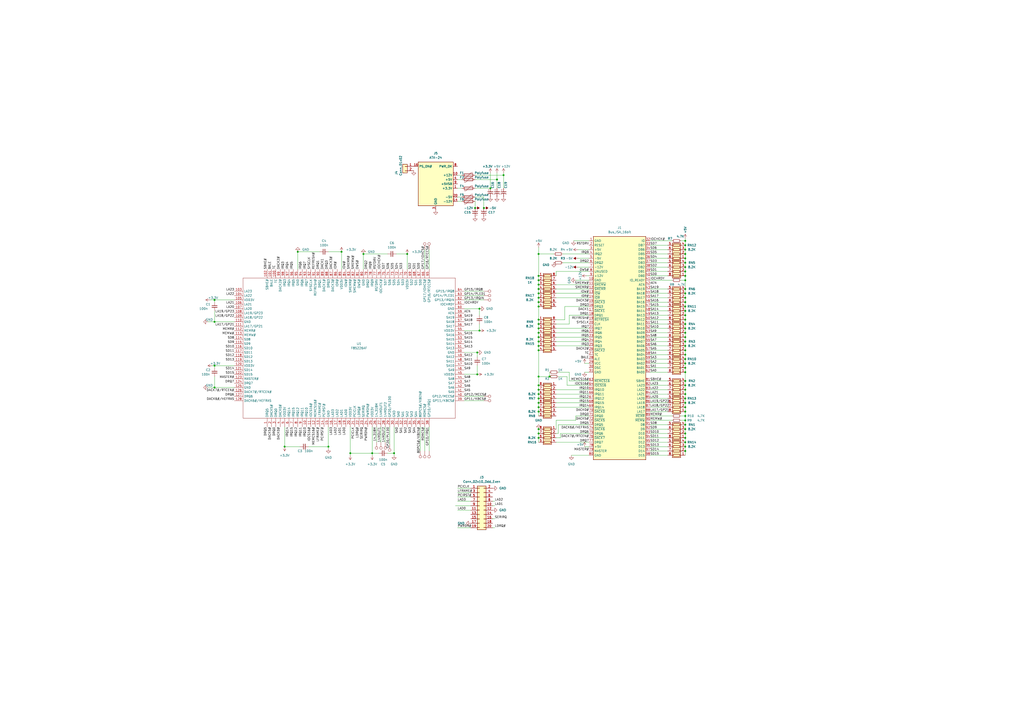
<source format=kicad_sch>
(kicad_sch (version 20230121) (generator eeschema)
  (paper "A2")
  (junction (at 397.51 157.48))
  (junction (at 210.82 147.32))
  (junction (at 397.51 162.56))
  (junction (at 397.51 226.06))
  (junction (at 397.51 142.24))
  (junction (at 312.42 238.76))
  (junction (at 276.86 217.17))
  (junction (at 397.51 254))
  (junction (at 397.51 251.46))
  (junction (at 312.42 160.02))
  (junction (at 397.51 185.42))
  (junction (at 397.51 167.64))
  (junction (at 397.51 182.88))
  (junction (at 397.51 190.5))
  (junction (at 312.42 193.04))
  (junction (at 275.59 120.65))
  (junction (at 312.42 231.14))
  (junction (at 312.42 190.5))
  (junction (at 397.51 144.78))
  (junction (at 312.42 223.52))
  (junction (at 397.51 187.96))
  (junction (at 288.29 104.14))
  (junction (at 318.77 218.44))
  (junction (at 312.42 165.1))
  (junction (at 278.13 191.77))
  (junction (at 397.51 198.12))
  (junction (at 312.42 228.6))
  (junction (at 312.42 185.42))
  (junction (at 397.51 246.38))
  (junction (at 312.42 177.8))
  (junction (at 292.1 101.6))
  (junction (at 397.51 215.9))
  (junction (at 397.51 200.66))
  (junction (at 312.42 233.68))
  (junction (at 397.51 223.52))
  (junction (at 312.42 218.44))
  (junction (at 312.42 203.2))
  (junction (at 397.51 236.22))
  (junction (at 312.42 147.32))
  (junction (at 312.42 198.12))
  (junction (at 397.51 233.68))
  (junction (at 397.51 177.8))
  (junction (at 203.2 262.89))
  (junction (at 215.9 262.89))
  (junction (at 312.42 167.64))
  (junction (at 397.51 220.98))
  (junction (at 280.67 120.65))
  (junction (at 397.51 193.04))
  (junction (at 124.46 224.79))
  (junction (at 124.46 186.69))
  (junction (at 397.51 154.94))
  (junction (at 397.51 170.18))
  (junction (at 397.51 243.84))
  (junction (at 124.46 212.09))
  (junction (at 397.51 205.74))
  (junction (at 397.51 147.32))
  (junction (at 397.51 175.26))
  (junction (at 312.42 162.56))
  (junction (at 397.51 203.2))
  (junction (at 397.51 172.72))
  (junction (at 312.42 251.46))
  (junction (at 397.51 261.62))
  (junction (at 397.51 238.76))
  (junction (at 312.42 187.96))
  (junction (at 397.51 248.92))
  (junction (at 397.51 180.34))
  (junction (at 278.13 179.07))
  (junction (at 198.12 146.05))
  (junction (at 312.42 172.72))
  (junction (at 397.51 228.6))
  (junction (at 397.51 152.4))
  (junction (at 312.42 226.06))
  (junction (at 276.86 204.47))
  (junction (at 284.48 109.22))
  (junction (at 312.42 236.22))
  (junction (at 312.42 200.66))
  (junction (at 397.51 139.7))
  (junction (at 236.22 147.32))
  (junction (at 124.46 173.99))
  (junction (at 397.51 160.02))
  (junction (at 397.51 195.58))
  (junction (at 312.42 170.18))
  (junction (at 172.72 146.05))
  (junction (at 228.6 262.89))
  (junction (at 397.51 241.3))
  (junction (at 312.42 248.92))
  (junction (at 190.5 259.08))
  (junction (at 312.42 175.26))
  (junction (at 312.42 195.58))
  (junction (at 397.51 149.86))
  (junction (at 397.51 213.36))
  (junction (at 312.42 254))
  (junction (at 397.51 208.28))
  (junction (at 397.51 231.14))
  (junction (at 397.51 256.54))
  (junction (at 397.51 259.08))
  (junction (at 165.1 259.08))
  (junction (at 397.51 210.82))
  (wire (pts (xy 330.2 220.98) (xy 341.63 220.98)))
  (wire (pts (xy 397.51 180.34) (xy 397.51 182.88)))
  (wire (pts (xy 215.9 262.89) (xy 219.71 262.89)))
  (wire (pts (xy 397.51 182.88) (xy 397.51 185.42)))
  (wire (pts (xy 312.42 254) (xy 312.42 251.46)))
  (wire (pts (xy 397.51 185.42) (xy 397.51 187.96)))
  (wire (pts (xy 280.67 232.41) (xy 269.24 232.41)))
  (wire (pts (xy 312.42 226.06) (xy 312.42 228.6)))
  (wire (pts (xy 322.58 190.5) (xy 341.63 190.5)))
  (wire (pts (xy 397.51 254) (xy 397.51 256.54)))
  (wire (pts (xy 165.1 259.08) (xy 173.99 259.08)))
  (wire (pts (xy 120.65 224.79) (xy 124.46 224.79)))
  (wire (pts (xy 397.51 215.9) (xy 397.51 220.98)))
  (wire (pts (xy 322.58 228.6) (xy 341.63 228.6)))
  (wire (pts (xy 292.1 101.6) (xy 292.1 109.22)))
  (wire (pts (xy 322.58 254) (xy 325.12 254)))
  (wire (pts (xy 387.35 246.38) (xy 377.19 246.38)))
  (wire (pts (xy 397.51 160.02) (xy 397.51 162.56)))
  (wire (pts (xy 312.42 198.12) (xy 312.42 200.66)))
  (wire (pts (xy 397.51 261.62) (xy 397.51 264.16)))
  (wire (pts (xy 377.19 231.14) (xy 387.35 231.14)))
  (wire (pts (xy 275.59 109.22) (xy 284.48 109.22)))
  (wire (pts (xy 280.67 168.91) (xy 269.24 168.91)))
  (wire (pts (xy 276.86 204.47) (xy 276.86 207.01)))
  (wire (pts (xy 330.2 215.9) (xy 323.85 215.9)))
  (wire (pts (xy 322.58 165.1) (xy 341.63 165.1)))
  (wire (pts (xy 322.58 243.84) (xy 334.01 243.84)))
  (wire (pts (xy 322.58 236.22) (xy 341.63 236.22)))
  (wire (pts (xy 330.2 187.96) (xy 322.58 187.96)))
  (wire (pts (xy 278.13 191.77) (xy 269.24 191.77)))
  (wire (pts (xy 323.85 218.44) (xy 328.93 218.44)))
  (wire (pts (xy 228.6 262.89) (xy 228.6 247.65)))
  (wire (pts (xy 288.29 100.33) (xy 288.29 104.14)))
  (wire (pts (xy 312.42 175.26) (xy 312.42 177.8)))
  (wire (pts (xy 275.59 114.3) (xy 280.67 114.3)))
  (wire (pts (xy 322.58 157.48) (xy 322.58 160.02)))
  (wire (pts (xy 335.28 149.86) (xy 341.63 149.86)))
  (wire (pts (xy 229.87 147.32) (xy 236.22 147.32)))
  (wire (pts (xy 397.51 177.8) (xy 397.51 180.34)))
  (wire (pts (xy 248.92 261.62) (xy 248.92 247.65)))
  (wire (pts (xy 377.19 139.7) (xy 389.89 139.7)))
  (wire (pts (xy 387.35 208.28) (xy 377.19 208.28)))
  (wire (pts (xy 377.19 220.98) (xy 387.35 220.98)))
  (wire (pts (xy 278.13 187.96) (xy 278.13 191.77)))
  (wire (pts (xy 179.07 259.08) (xy 190.5 259.08)))
  (wire (pts (xy 397.51 213.36) (xy 397.51 215.9)))
  (wire (pts (xy 312.42 160.02) (xy 312.42 162.56)))
  (wire (pts (xy 121.92 173.99) (xy 124.46 173.99)))
  (wire (pts (xy 377.19 238.76) (xy 387.35 238.76)))
  (wire (pts (xy 287.02 300.99) (xy 285.75 300.99)))
  (wire (pts (xy 377.19 243.84) (xy 389.89 243.84)))
  (wire (pts (xy 312.42 165.1) (xy 312.42 167.64)))
  (wire (pts (xy 312.42 172.72) (xy 312.42 175.26)))
  (wire (pts (xy 341.63 157.48) (xy 322.58 157.48)))
  (wire (pts (xy 224.79 262.89) (xy 228.6 262.89)))
  (wire (pts (xy 397.51 259.08) (xy 397.51 261.62)))
  (wire (pts (xy 322.58 226.06) (xy 341.63 226.06)))
  (wire (pts (xy 322.58 256.54) (xy 341.63 256.54)))
  (wire (pts (xy 397.51 236.22) (xy 397.51 238.76)))
  (wire (pts (xy 312.42 203.2) (xy 312.42 218.44)))
  (wire (pts (xy 275.59 104.14) (xy 288.29 104.14)))
  (wire (pts (xy 332.74 139.7) (xy 341.63 139.7)))
  (wire (pts (xy 397.51 226.06) (xy 397.51 228.6)))
  (wire (pts (xy 397.51 241.3) (xy 397.51 243.84)))
  (wire (pts (xy 387.35 180.34) (xy 377.19 180.34)))
  (wire (pts (xy 397.51 157.48) (xy 397.51 160.02)))
  (wire (pts (xy 312.42 228.6) (xy 312.42 231.14)))
  (wire (pts (xy 387.35 177.8) (xy 377.19 177.8)))
  (wire (pts (xy 387.35 154.94) (xy 377.19 154.94)))
  (wire (pts (xy 397.51 162.56) (xy 397.51 167.64)))
  (wire (pts (xy 322.58 170.18) (xy 341.63 170.18)))
  (wire (pts (xy 387.35 205.74) (xy 377.19 205.74)))
  (wire (pts (xy 312.42 223.52) (xy 312.42 226.06)))
  (wire (pts (xy 397.51 198.12) (xy 397.51 200.66)))
  (wire (pts (xy 312.42 187.96) (xy 312.42 190.5)))
  (wire (pts (xy 312.42 177.8) (xy 312.42 185.42)))
  (wire (pts (xy 377.19 167.64) (xy 387.35 167.64)))
  (wire (pts (xy 312.42 193.04) (xy 312.42 195.58)))
  (wire (pts (xy 340.36 160.02) (xy 341.63 160.02)))
  (wire (pts (xy 220.98 256.54) (xy 220.98 247.65)))
  (wire (pts (xy 312.42 147.32) (xy 312.42 160.02)))
  (wire (pts (xy 312.42 170.18) (xy 312.42 172.72)))
  (wire (pts (xy 267.97 101.6) (xy 265.43 101.6)))
  (wire (pts (xy 280.67 114.3) (xy 280.67 120.65)))
  (wire (pts (xy 322.58 200.66) (xy 341.63 200.66)))
  (wire (pts (xy 312.42 185.42) (xy 312.42 187.96)))
  (wire (pts (xy 312.42 147.32) (xy 321.31 147.32)))
  (wire (pts (xy 312.42 218.44) (xy 318.77 218.44)))
  (wire (pts (xy 387.35 254) (xy 377.19 254)))
  (wire (pts (xy 280.67 171.45) (xy 269.24 171.45)))
  (wire (pts (xy 341.63 177.8) (xy 327.66 177.8)))
  (wire (pts (xy 377.19 172.72) (xy 387.35 172.72)))
  (wire (pts (xy 322.58 172.72) (xy 341.63 172.72)))
  (wire (pts (xy 387.35 223.52) (xy 377.19 223.52)))
  (wire (pts (xy 210.82 147.32) (xy 224.79 147.32)))
  (wire (pts (xy 397.51 200.66) (xy 397.51 203.2)))
  (wire (pts (xy 124.46 212.09) (xy 135.89 212.09)))
  (wire (pts (xy 387.35 228.6) (xy 377.19 228.6)))
  (wire (pts (xy 228.6 264.16) (xy 228.6 262.89)))
  (wire (pts (xy 287.02 290.83) (xy 285.75 290.83)))
  (wire (pts (xy 215.9 264.16) (xy 215.9 262.89)))
  (wire (pts (xy 335.28 144.78) (xy 341.63 144.78)))
  (wire (pts (xy 394.97 139.7) (xy 397.51 139.7)))
  (wire (pts (xy 387.35 157.48) (xy 377.19 157.48)))
  (wire (pts (xy 165.1 259.08) (xy 165.1 247.65)))
  (wire (pts (xy 397.51 220.98) (xy 397.51 223.52)))
  (wire (pts (xy 394.97 162.56) (xy 397.51 162.56)))
  (wire (pts (xy 203.2 262.89) (xy 203.2 247.65)))
  (wire (pts (xy 387.35 226.06) (xy 377.19 226.06)))
  (wire (pts (xy 218.44 256.54) (xy 218.44 247.65)))
  (wire (pts (xy 215.9 262.89) (xy 215.9 247.65)))
  (wire (pts (xy 397.51 142.24) (xy 397.51 144.78)))
  (wire (pts (xy 278.13 179.07) (xy 269.24 179.07)))
  (wire (pts (xy 387.35 182.88) (xy 377.19 182.88)))
  (wire (pts (xy 397.51 246.38) (xy 397.51 248.92)))
  (wire (pts (xy 275.59 101.6) (xy 292.1 101.6)))
  (wire (pts (xy 397.51 138.43) (xy 397.51 139.7)))
  (wire (pts (xy 124.46 180.34) (xy 124.46 186.69)))
  (wire (pts (xy 287.02 306.07) (xy 285.75 306.07)))
  (wire (pts (xy 334.01 243.84) (xy 334.01 241.3)))
  (wire (pts (xy 190.5 259.08) (xy 190.5 247.65)))
  (wire (pts (xy 265.43 295.91) (xy 273.05 295.91)))
  (wire (pts (xy 124.46 173.99) (xy 124.46 175.26)))
  (wire (pts (xy 335.28 154.94) (xy 341.63 154.94)))
  (wire (pts (xy 397.51 231.14) (xy 397.51 233.68)))
  (wire (pts (xy 275.59 116.84) (xy 275.59 120.65)))
  (wire (pts (xy 267.97 104.14) (xy 265.43 104.14)))
  (wire (pts (xy 387.35 264.16) (xy 377.19 264.16)))
  (wire (pts (xy 265.43 116.84) (xy 267.97 116.84)))
  (wire (pts (xy 397.51 139.7) (xy 397.51 142.24)))
  (wire (pts (xy 397.51 167.64) (xy 397.51 170.18)))
  (wire (pts (xy 322.58 251.46) (xy 323.85 251.46)))
  (wire (pts (xy 292.1 100.33) (xy 292.1 101.6)))
  (wire (pts (xy 312.42 143.51) (xy 312.42 147.32)))
  (wire (pts (xy 387.35 248.92) (xy 377.19 248.92)))
  (wire (pts (xy 318.77 218.44) (xy 318.77 215.9)))
  (wire (pts (xy 265.43 114.3) (xy 267.97 114.3)))
  (wire (pts (xy 397.51 203.2) (xy 397.51 205.74)))
  (wire (pts (xy 387.35 200.66) (xy 377.19 200.66)))
  (wire (pts (xy 276.86 212.09) (xy 276.86 217.17)))
  (wire (pts (xy 325.12 251.46) (xy 341.63 251.46)))
  (wire (pts (xy 397.51 228.6) (xy 397.51 231.14)))
  (wire (pts (xy 341.63 182.88) (xy 330.2 182.88)))
  (wire (pts (xy 397.51 149.86) (xy 397.51 152.4)))
  (wire (pts (xy 397.51 233.68) (xy 397.51 236.22)))
  (wire (pts (xy 387.35 210.82) (xy 377.19 210.82)))
  (wire (pts (xy 394.97 243.84) (xy 397.51 243.84)))
  (wire (pts (xy 323.85 246.38) (xy 341.63 246.38)))
  (wire (pts (xy 387.35 193.04) (xy 377.19 193.04)))
  (wire (pts (xy 243.84 261.62) (xy 243.84 247.65)))
  (wire (pts (xy 387.35 251.46) (xy 377.19 251.46)))
  (wire (pts (xy 203.2 262.89) (xy 215.9 262.89)))
  (wire (pts (xy 322.58 248.92) (xy 322.58 243.84)))
  (wire (pts (xy 397.51 223.52) (xy 397.51 226.06)))
  (wire (pts (xy 124.46 186.69) (xy 135.89 186.69)))
  (wire (pts (xy 322.58 198.12) (xy 341.63 198.12)))
  (wire (pts (xy 331.47 264.16) (xy 341.63 264.16)))
  (wire (pts (xy 330.2 182.88) (xy 330.2 187.96)))
  (wire (pts (xy 265.43 288.29) (xy 273.05 288.29)))
  (wire (pts (xy 397.51 205.74) (xy 397.51 208.28)))
  (wire (pts (xy 323.85 246.38) (xy 323.85 251.46)))
  (wire (pts (xy 397.51 243.84) (xy 397.51 246.38)))
  (wire (pts (xy 397.51 193.04) (xy 397.51 195.58)))
  (wire (pts (xy 326.39 152.4) (xy 341.63 152.4)))
  (wire (pts (xy 124.46 173.99) (xy 135.89 173.99)))
  (wire (pts (xy 210.82 147.32) (xy 210.82 156.21)))
  (wire (pts (xy 265.43 306.07) (xy 273.05 306.07)))
  (wire (pts (xy 312.42 167.64) (xy 312.42 170.18)))
  (wire (pts (xy 387.35 149.86) (xy 377.19 149.86)))
  (wire (pts (xy 265.43 290.83) (xy 273.05 290.83)))
  (wire (pts (xy 236.22 147.32) (xy 236.22 156.21)))
  (wire (pts (xy 387.35 144.78) (xy 377.19 144.78)))
  (wire (pts (xy 327.66 185.42) (xy 322.58 185.42)))
  (wire (pts (xy 312.42 218.44) (xy 312.42 223.52)))
  (wire (pts (xy 312.42 190.5) (xy 312.42 193.04)))
  (wire (pts (xy 397.51 175.26) (xy 397.51 177.8)))
  (wire (pts (xy 265.43 109.22) (xy 267.97 109.22)))
  (wire (pts (xy 190.5 146.05) (xy 198.12 146.05)))
  (wire (pts (xy 397.51 147.32) (xy 397.51 149.86)))
  (wire (pts (xy 190.5 260.35) (xy 190.5 259.08)))
  (wire (pts (xy 387.35 198.12) (xy 377.19 198.12)))
  (wire (pts (xy 172.72 146.05) (xy 185.42 146.05)))
  (wire (pts (xy 377.19 233.68) (xy 387.35 233.68)))
  (wire (pts (xy 198.12 146.05) (xy 198.12 156.21)))
  (wire (pts (xy 387.35 160.02) (xy 377.19 160.02)))
  (wire (pts (xy 124.46 224.79) (xy 135.89 224.79)))
  (wire (pts (xy 280.67 173.99) (xy 269.24 173.99)))
  (wire (pts (xy 246.38 261.62) (xy 246.38 247.65)))
  (wire (pts (xy 334.01 162.56) (xy 341.63 162.56)))
  (wire (pts (xy 312.42 200.66) (xy 312.42 203.2)))
  (wire (pts (xy 312.42 251.46) (xy 312.42 248.92)))
  (wire (pts (xy 280.67 229.87) (xy 269.24 229.87)))
  (wire (pts (xy 387.35 203.2) (xy 377.19 203.2)))
  (wire (pts (xy 312.42 256.54) (xy 312.42 254)))
  (wire (pts (xy 397.51 195.58) (xy 397.51 198.12)))
  (wire (pts (xy 287.02 293.37) (xy 285.75 293.37)))
  (wire (pts (xy 172.72 146.05) (xy 172.72 156.21)))
  (wire (pts (xy 387.35 187.96) (xy 377.19 187.96)))
  (wire (pts (xy 377.19 175.26) (xy 387.35 175.26)))
  (wire (pts (xy 397.51 152.4) (xy 397.51 154.94)))
  (wire (pts (xy 387.35 261.62) (xy 377.19 261.62)))
  (wire (pts (xy 284.48 100.33) (xy 284.48 109.22)))
  (wire (pts (xy 397.51 187.96) (xy 397.51 190.5)))
  (wire (pts (xy 377.19 162.56) (xy 389.89 162.56)))
  (wire (pts (xy 339.09 215.9) (xy 341.63 215.9)))
  (wire (pts (xy 203.2 264.16) (xy 203.2 262.89)))
  (wire (pts (xy 397.51 154.94) (xy 397.51 157.48)))
  (wire (pts (xy 339.09 259.08) (xy 341.63 259.08)))
  (wire (pts (xy 322.58 167.64) (xy 341.63 167.64)))
  (wire (pts (xy 288.29 104.14) (xy 288.29 109.22)))
  (wire (pts (xy 322.58 231.14) (xy 341.63 231.14)))
  (wire (pts (xy 328.93 218.44) (xy 328.93 223.52)))
  (wire (pts (xy 325.12 251.46) (xy 325.12 254)))
  (wire (pts (xy 397.51 190.5) (xy 397.51 193.04)))
  (wire (pts (xy 387.35 256.54) (xy 377.19 256.54)))
  (wire (pts (xy 264.16 293.37) (xy 273.05 293.37)))
  (wire (pts (xy 322.58 195.58) (xy 341.63 195.58)))
  (wire (pts (xy 124.46 218.44) (xy 124.46 224.79)))
  (wire (pts (xy 397.51 256.54) (xy 397.51 259.08)))
  (wire (pts (xy 312.42 236.22) (xy 312.42 238.76)))
  (wire (pts (xy 327.66 177.8) (xy 327.66 185.42)))
  (wire (pts (xy 387.35 195.58) (xy 377.19 195.58)))
  (wire (pts (xy 377.19 170.18) (xy 387.35 170.18)))
  (wire (pts (xy 334.01 241.3) (xy 341.63 241.3)))
  (wire (pts (xy 339.09 210.82) (xy 341.63 210.82)))
  (wire (pts (xy 248.92 144.78) (xy 248.92 156.21)))
  (wire (pts (xy 120.65 186.69) (xy 124.46 186.69)))
  (wire (pts (xy 265.43 283.21) (xy 273.05 283.21)))
  (wire (pts (xy 397.51 144.78) (xy 397.51 147.32)))
  (wire (pts (xy 397.51 208.28) (xy 397.51 210.82)))
  (wire (pts (xy 389.89 241.3) (xy 377.19 241.3)))
  (wire (pts (xy 312.42 233.68) (xy 312.42 236.22)))
  (wire (pts (xy 387.35 152.4) (xy 377.19 152.4)))
  (wire (pts (xy 397.51 251.46) (xy 397.51 254)))
  (wire (pts (xy 246.38 144.78) (xy 246.38 156.21)))
  (wire (pts (xy 278.13 179.07) (xy 278.13 182.88)))
  (wire (pts (xy 326.39 147.32) (xy 341.63 147.32)))
  (wire (pts (xy 124.46 212.09) (xy 124.46 213.36)))
  (wire (pts (xy 387.35 259.08) (xy 377.19 259.08)))
  (wire (pts (xy 312.42 231.14) (xy 312.42 233.68)))
  (wire (pts (xy 322.58 193.04) (xy 341.63 193.04)))
  (wire (pts (xy 387.35 185.42) (xy 377.19 185.42)))
  (wire (pts (xy 265.43 285.75) (xy 273.05 285.75)))
  (wire (pts (xy 377.19 236.22) (xy 387.35 236.22)))
  (wire (pts (xy 341.63 223.52) (xy 328.93 223.52)))
  (wire (pts (xy 397.51 170.18) (xy 397.51 172.72)))
  (wire (pts (xy 226.06 257.81) (xy 226.06 247.65)))
  (wire (pts (xy 312.42 238.76) (xy 312.42 241.3)))
  (wire (pts (xy 387.35 142.24) (xy 377.19 142.24)))
  (wire (pts (xy 322.58 233.68) (xy 341.63 233.68)))
  (wire (pts (xy 397.51 172.72) (xy 397.51 175.26)))
  (wire (pts (xy 387.35 190.5) (xy 377.19 190.5)))
  (wire (pts (xy 394.97 241.3) (xy 397.51 241.3)))
  (wire (pts (xy 387.35 213.36) (xy 377.19 213.36)))
  (wire (pts (xy 123.19 212.09) (xy 124.46 212.09)))
  (wire (pts (xy 276.86 217.17) (xy 269.24 217.17)))
  (wire (pts (xy 223.52 256.54) (xy 223.52 247.65)))
  (wire (pts (xy 397.51 238.76) (xy 397.51 241.3)))
  (wire (pts (xy 387.35 147.32) (xy 377.19 147.32)))
  (wire (pts (xy 397.51 210.82) (xy 397.51 213.36)))
  (wire (pts (xy 387.35 215.9) (xy 377.19 215.9)))
  (wire (pts (xy 276.86 204.47) (xy 269.24 204.47)))
  (wire (pts (xy 330.2 215.9) (xy 330.2 220.98)))
  (wire (pts (xy 312.42 162.56) (xy 312.42 165.1)))
  (wire (pts (xy 312.42 195.58) (xy 312.42 198.12)))
  (wire (pts (xy 397.51 248.92) (xy 397.51 251.46)))
  (label "IRQ7" (at 341.63 190.5 180))
  (label "SBHE#" (at 154.94 156.21 90))
  (label "SA3" (at 377.19 208.28 0))
  (label "GP16{slash}RTCCS#" (at 248.92 156.21 90))
  (label "LA17{slash}GP21" (at 135.89 189.23 180))
  (label "IRQ5" (at 341.63 195.58 180))
  (label "IRQ4" (at 167.64 156.21 90))
  (label "SMEMR#" (at 341.63 167.64 180))
  (label "IOR#" (at 341.63 172.72 180))
  (label "IRQ3" (at 341.63 200.66 180))
  (label "PCICLK" (at 205.74 247.65 270))
  (label "SA8" (at 377.19 195.58 0))
  (label "IRQ11" (at 341.63 228.6 180))
  (label "SA0" (at 231.14 247.65 270))
  (label "RSTDRV" (at 341.63 142.24 180))
  (label "SMEMR#" (at 203.2 156.21 90))
  (label "SD3" (at 233.68 156.21 90))
  (label "DRQ7" (at 341.63 256.54 180))
  (label "SA13" (at 269.24 201.93 0))
  (label "DRQ5" (at 154.94 247.65 270))
  (label "PCICLK" (at 265.43 283.21 0))
  (label "MEMCS16#" (at 182.88 247.65 270))
  (label "SA16" (at 269.24 194.31 0))
  (label "LA19{slash}GP23" (at 377.19 233.68 0))
  (label "MEMW#" (at 377.19 243.84 0))
  (label "14MOUT2" (at 223.52 247.65 270))
  (label "SA13" (at 377.19 182.88 0))
  (label "LA20" (at 377.19 231.14 0))
  (label "DACK2#" (at 162.56 156.21 90))
  (label "GP11{slash}KBCS#" (at 269.24 232.41 0))
  (label "PWRDN#" (at 213.36 247.65 270))
  (label "IRQ5" (at 170.18 156.21 90))
  (label "SYSCLK" (at 341.63 187.96 180))
  (label "SA15" (at 377.19 177.8 0))
  (label "SD0" (at 377.19 160.02 0))
  (label "SD9" (at 135.89 199.39 180))
  (label "MASTER#" (at 135.89 219.71 180))
  (label "IOW#" (at 341.63 170.18 180))
  (label "IRQ14" (at 167.64 247.65 270))
  (label "DRQ3" (at 190.5 156.21 90))
  (label "DACK6#{slash}HEFRAS" (at 135.89 232.41 180))
  (label "DRQ3" (at 341.63 177.8 180))
  (label "DACK6#{slash}HEFRAS" (at 341.63 248.92 180))
  (label "80PCS#{slash}KBEN#" (at 243.84 247.65 270))
  (label "DACK2#" (at 341.63 203.2 180))
  (label "SA10" (at 377.19 190.5 0))
  (label "SMEMW#" (at 341.63 165.1 180))
  (label "SD14" (at 377.19 261.62 0))
  (label "IRQ12" (at 172.72 247.65 270))
  (label "RSTDRV" (at 218.44 156.21 90))
  (label "LA20" (at 135.89 179.07 180))
  (label "SD12" (at 135.89 207.01 180))
  (label "DACK7#{slash}RTCEN#" (at 135.89 227.33 180))
  (label "DACK0#" (at 341.63 238.76 180))
  (label "LA22" (at 377.19 226.06 0))
  (label "14.318M" (at 218.44 247.65 270))
  (label "SD5" (at 228.6 156.21 90))
  (label "IRQ6" (at 341.63 193.04 180))
  (label "SA1" (at 377.19 213.36 0))
  (label "LDRQ#" (at 287.02 306.07 0))
  (label "LDRQ#" (at 208.28 247.65 270))
  (label "SD4" (at 377.19 149.86 0))
  (label "DRQ2" (at 341.63 152.4 180))
  (label "SD13" (at 135.89 209.55 180))
  (label "LA17{slash}GP21" (at 377.19 238.76 0))
  (label "PCIRST#" (at 187.96 247.65 270))
  (label "SD7" (at 223.52 156.21 90))
  (label "DRQ6" (at 135.89 229.87 180))
  (label "LA23" (at 377.19 223.52 0))
  (label "SYSCLK" (at 180.34 156.21 90))
  (label "SD0" (at 243.84 156.21 90))
  (label "SD7" (at 377.19 142.24 0))
  (label "SD1" (at 377.19 157.48 0))
  (label "LAD3" (at 193.04 247.65 270))
  (label "DRQ0" (at 341.63 241.3 180))
  (label "GP12{slash}MCCS#" (at 269.24 229.87 0))
  (label "LA22" (at 135.89 171.45 180))
  (label "IRQ9" (at 215.9 156.21 90))
  (label "SA1" (at 233.68 247.65 270))
  (label "SA7" (at 269.24 222.25 0))
  (label "SA11" (at 377.19 187.96 0))
  (label "SA4" (at 377.19 205.74 0))
  (label "GP14{slash}PLED1" (at 269.24 171.45 0))
  (label "SA14" (at 377.19 180.34 0))
  (label "SD5" (at 377.19 147.32 0))
  (label "DACK3#" (at 341.63 175.26 180))
  (label "DACK0#" (at 162.56 247.65 270))
  (label "IRQ10" (at 341.63 226.06 180))
  (label "OWS#" (at 341.63 157.48 180))
  (label "SD13" (at 377.19 259.08 0))
  (label "DRQ1" (at 341.63 182.88 180))
  (label "IOCS16#" (at 180.34 247.65 270))
  (label "GP17{slash}IOHCS#" (at 246.38 156.21 90))
  (label "SD11" (at 377.19 254 0))
  (label "SMEMW#" (at 205.74 156.21 90))
  (label "IRQ9" (at 341.63 147.32 180))
  (label "SA19" (at 269.24 184.15 0))
  (label "SBHE#" (at 377.19 220.98 0))
  (label "TC" (at 160.02 156.21 90))
  (label "SD6" (at 377.19 144.78 0))
  (label "DACK1" (at 187.96 156.21 90))
  (label "IRQ7" (at 177.8 156.21 90))
  (label "DRQ6" (at 341.63 251.46 180))
  (label "SA12" (at 377.19 185.42 0))
  (label "SD4" (at 231.14 156.21 90))
  (label "SA6" (at 269.24 224.79 0))
  (label "SA17" (at 377.19 172.72 0))
  (label "GP15{slash}IRQ8" (at 269.24 168.91 0))
  (label "LFRAME#" (at 185.42 247.65 270))
  (label "LAD0" (at 200.66 247.65 270))
  (label "SD8" (at 135.89 196.85 180))
  (label "SD10" (at 377.19 251.46 0))
  (label "SA5" (at 377.19 203.2 0))
  (label "14MOUT1" (at 220.98 247.65 270))
  (label "PWRDN#" (at 265.43 306.07 0))
  (label "DACK3#" (at 193.04 156.21 90))
  (label "DRQ1" (at 185.42 156.21 90))
  (label "DACK1" (at 341.63 180.34 180))
  (label "IRQ6" (at 175.26 156.21 90))
  (label "MEMR#" (at 377.19 241.3 0))
  (label "SD11" (at 135.89 204.47 180))
  (label "SA2" (at 236.22 247.65 270))
  (label "IRQ15" (at 341.63 233.68 180))
  (label "SD3" (at 377.19 152.4 0))
  (label "SA15" (at 269.24 196.85 0))
  (label "AEN" (at 377.19 165.1 0))
  (label "SA2" (at 377.19 210.82 0))
  (label "LA18{slash}GP22" (at 135.89 184.15 180))
  (label "SA12" (at 269.24 207.01 0))
  (label "SD14" (at 135.89 214.63 180))
  (label "SA7" (at 377.19 198.12 0))
  (label "LFRAME#" (at 265.43 285.75 0))
  (label "SD15" (at 377.19 264.16 0))
  (label "IOCHCK#" (at 377.19 139.7 0))
  (label "SA16" (at 377.19 175.26 0))
  (label "BALE" (at 157.48 156.21 90))
  (label "LAD1" (at 198.12 247.65 270))
  (label "SA0" (at 377.19 215.9 0))
  (label "SA11" (at 269.24 209.55 0))
  (label "DACK7#{slash}RTCEN#" (at 341.63 254 180))
  (label "MASTER#" (at 341.63 261.62 180))
  (label "IOCS16#" (at 341.63 223.52 180))
  (label "IRQ11" (at 175.26 247.65 270))
  (label "SD15" (at 135.89 217.17 180))
  (label "SA5" (at 269.24 227.33 0))
  (label "DRQ5" (at 341.63 246.38 180))
  (label "IOCHRDY" (at 269.24 176.53 0))
  (label "IRQ14" (at 341.63 236.22 180))
  (label "IRQ15" (at 170.18 247.65 270))
  (label "SA10" (at 269.24 212.09 0))
  (label "SA14" (at 269.24 199.39 0))
  (label "DRQ2" (at 213.36 156.21 90))
  (label "DACK5#" (at 157.48 247.65 270))
  (label "SD9" (at 377.19 248.92 0))
  (label "IOR#" (at 195.58 156.21 90))
  (label "IOW#" (at 200.66 156.21 90))
  (label "SD2" (at 377.19 154.94 0))
  (label "LAD0" (at 265.43 295.91 0))
  (label "SA8" (at 269.24 219.71 0))
  (label "SA6" (at 377.19 200.66 0))
  (label "BALE" (at 341.63 208.28 180))
  (label "IRQ3" (at 165.1 156.21 90))
  (label "SA9" (at 269.24 214.63 0))
  (label "SD8" (at 377.19 246.38 0))
  (label "IRQ10" (at 177.8 247.65 270))
  (label "SD2" (at 238.76 156.21 90))
  (label "LA18{slash}GP22" (at 377.19 236.22 0))
  (label "LAD2" (at 195.58 247.65 270))
  (label "SERIRQ" (at 287.02 300.99 0))
  (label "SA18" (at 377.19 170.18 0))
  (label "SD1" (at 241.3 156.21 90))
  (label "PCIRST#" (at 265.43 288.29 0))
  (label "SA19" (at 377.19 167.64 0))
  (label "IOCHCK#" (at 220.98 156.21 90))
  (label "LAD1" (at 287.02 293.37 0))
  (label "LAD2" (at 287.02 290.83 0))
  (label "LA21" (at 377.19 228.6 0))
  (label "IOCHRDY" (at 377.19 162.56 0))
  (label "GP13{slash}IRQIN" (at 269.24 173.99 0))
  (label "OWS#" (at 208.28 156.21 90))
  (label "REFRESH#" (at 182.88 156.21 90))
  (label "LA21" (at 135.89 176.53 180))
  (label "REFRESH#" (at 341.63 185.42 180))
  (label "MEMR#" (at 135.89 191.77 180))
  (label "SD6" (at 226.06 156.21 90))
  (label "DRQ7" (at 135.89 222.25 180))
  (label "MEMCS16#" (at 341.63 220.98 180))
  (label "IRQ12" (at 341.63 231.14 180))
  (label "SD10" (at 135.89 201.93 180))
  (label "SA9" (at 377.19 193.04 0))
  (label "SERIRQ" (at 210.82 247.65 270))
  (label "DACK5#" (at 341.63 243.84 180))
  (label "MEMW#" (at 135.89 194.31 180))
  (label "SA17" (at 269.24 189.23 0))
  (label "LA23" (at 135.89 168.91 180))
  (label "AEN" (at 269.24 181.61 0))
  (label "ROMCS#" (at 246.38 247.65 270))
  (label "GP10{slash}IRQ1" (at 248.92 247.65 270))
  (label "TC" (at 341.63 205.74 180))
  (label "SD12" (at 377.19 256.54 0))
  (label "GP20{slash}PLED0" (at 226.06 247.65 270))
  (label "LA19{slash}GP23" (at 135.89 181.61 180))
  (label "SA3" (at 238.76 247.65 270))
  (label "SA18" (at 269.24 186.69 0))
  (label "SA4" (at 241.3 247.65 270))
  (label "DRQ0" (at 160.02 247.65 270))
  (label "LAD3" (at 265.43 290.83 0))
  (label "IRQ4" (at 341.63 198.12 180))
  (symbol (lib_id "power:+3.3V") (at 284.48 100.33 0) (unit 1)
    (property "Reference" "#PWR0132" (effects hide))
    (property "Value" "+3.3V" (at 285.75 96.52 0) (effects (justify right)))
  )
  (symbol (lib_id "Connector:TestPoint") (at 280.67 229.87 270) (unit 1)
    (property "Reference" "TP13" (effects hide))
    (property "Value" "TestPoint" (effects hide))
    (property "Footprint" "TestPoint:TestPoint_THTPad_2.0x2.0mm_Drill1.0mm" (effects hide))
  )
  (symbol (lib_name "+5V_16") (lib_id "power:+5V") (at 335.28 144.78 90) (unit 1)
    (property "Reference" "#PWR0119" (effects hide))
    (property "Value" "+5V" (at 330.2 144.78 90))
  )
  (symbol (lib_id "Device:R_Pack04") (at 317.5 228.6 90) (mirror x) (unit 1)
    (property "Reference" "RN7" (at 308.61 231.14 90))
    (property "Value" "8.2K" (at 308.61 228.6 90))
    (property "Footprint" "Resistor_SMD:R_Array_Concave_4x0603" (effects hide))
  )
  (symbol (lib_id "Device:C_Small") (at 176.53 259.08 90) (unit 1)
    (property "Reference" "C3" (at 173.99 261.62 90))
    (property "Value" "100n" (at 179.07 261.62 90))
    (property "Footprint" "Capacitor_SMD:C_1206_3216Metric" (effects hide))
  )
  (symbol (lib_id "Device:R_Pack04") (at 317.5 254 90) (mirror x) (unit 1)
    (property "Reference" "RN16" (at 308.61 256.54 90))
    (property "Value" "8.2K" (at 308.61 254 90))
    (property "Footprint" "Resistor_SMD:R_Array_Concave_4x0603" (effects hide))
  )
  (symbol (lib_id "Connector:TestPoint") (at 280.67 171.45 270) (unit 1)
    (property "Reference" "TP11" (effects hide))
    (property "Value" "TestPoint" (effects hide))
    (property "Footprint" "TestPoint:TestPoint_THTPad_2.0x2.0mm_Drill1.0mm" (effects hide))
  )
  (symbol (lib_id "Device:R_Small") (at 392.43 162.56 90) (unit 1)
    (property "Reference" "R8" (at 391.16 165.1 90) (effects (justify left)))
    (property "Value" "4.7K" (at 397.51 165.1 90) (effects (justify left)))
    (property "Footprint" "Resistor_SMD:R_1206_3216Metric_Pad1.30x1.75mm_HandSolder" (effects hide))
  )
  (symbol (lib_id "Device:R_Pack04") (at 317.5 200.66 270) (unit 1)
    (property "Reference" "RN15" (at 307.34 199.39 90))
    (property "Value" "8.2K" (at 307.34 196.85 90))
    (property "Footprint" "Resistor_SMD:R_Array_Concave_4x0603" (effects hide))
  )
  (symbol (lib_id "Connector:TestPoint") (at 223.52 256.54 180) (unit 1)
    (property "Reference" "TP3" (effects hide))
    (property "Value" "TestPoint" (effects hide))
    (property "Footprint" "TestPoint:TestPoint_THTPad_2.0x2.0mm_Drill1.0mm" (effects hide))
  )
  (symbol (lib_id "Device:Polyfuse") (at 271.78 116.84 90) (unit 1)
    (property "Reference" "F6" (at 267.97 115.57 90))
    (property "Value" "Polyfuse" (at 279.4 115.57 90))
    (property "Footprint" "Fuse:Fuse_1206_3216Metric" (effects hide))
  )
  (symbol (lib_id "Connector:TestPoint") (at 246.38 261.62 180) (unit 1)
    (property "Reference" "TP7" (effects hide))
    (property "Value" "TestPoint" (effects hide))
    (property "Footprint" "TestPoint:TestPoint_THTPad_2.0x2.0mm_Drill1.0mm" (effects hide))
  )
  (symbol (lib_name "GND_17") (lib_id "power:GND") (at 339.09 215.9 0) (unit 1)
    (property "Reference" "#PWR0124" (effects hide))
    (property "Value" "GND" (at 335.28 217.17 0))
  )
  (symbol (lib_name "GND_18") (lib_id "power:GND") (at 275.59 125.73 0) (unit 1)
    (property "Reference" "#PWR0141" (effects hide))
    (property "Value" "GND" (effects hide))
  )
  (symbol (lib_id "Connector:TestPoint") (at 246.38 144.78 0) (unit 1)
    (property "Reference" "TP6" (effects hide))
    (property "Value" "TestPoint" (effects hide))
    (property "Footprint" "TestPoint:TestPoint_THTPad_2.0x2.0mm_Drill1.0mm" (effects hide))
  )
  (symbol (lib_id "Connector:Bus_ISA_16bit") (at 359.41 203.2 0) (unit 1)
    (property "Reference" "J1" (at 359.41 132.08 0))
    (property "Value" "Bus_ISA_16bit" (at 359.41 134.62 0))
    (property "Footprint" "andy:ISA" (effects hide))
    (property "Datasheet" "https://en.wikipedia.org/wiki/Industry_Standard_Architecture" (effects hide))
  )
  (symbol (lib_id "Device:Polyfuse") (at 271.78 104.14 90) (unit 1)
    (property "Reference" "F2" (at 267.97 102.87 90))
    (property "Value" "Polyfuse" (at 279.4 102.87 90))
    (property "Footprint" "Fuse:Fuse_1206_3216Metric" (effects hide))
  )
  (symbol (lib_id "Device:R_Small") (at 321.31 218.44 90) (unit 1)
    (property "Reference" "R2" (at 318.77 219.71 90) (effects (justify left)))
    (property "Value" "1K" (at 326.39 219.71 90) (effects (justify left)))
    (property "Footprint" "Resistor_SMD:R_1206_3216Metric_Pad1.30x1.75mm_HandSolder" (effects hide))
  )
  (symbol (lib_id "power:GND") (at 120.65 186.69 270) (unit 1)
    (property "Reference" "#PWR0101" (effects hide))
    (property "Value" "GND" (at 119.38 185.42 90) (effects (justify left)))
  )
  (symbol (lib_id "Device:R_Pack04") (at 317.5 175.26 270) (unit 1)
    (property "Reference" "RN17" (at 307.34 171.45 90))
    (property "Value" "8.2K" (at 307.34 173.99 90))
    (property "Footprint" "Resistor_SMD:R_Array_Concave_4x0603" (effects hide))
  )
  (symbol (lib_id "Device:C_Small") (at 124.46 177.8 0) (unit 1)
    (property "Reference" "C1" (at 119.38 176.53 0) (effects (justify left)))
    (property "Value" "100n" (at 115.57 179.07 0) (effects (justify left)))
    (property "Footprint" "Capacitor_SMD:C_1206_3216Metric" (effects hide))
  )
  (symbol (lib_id "Device:Polyfuse") (at 271.78 109.22 90) (unit 1)
    (property "Reference" "F4" (at 267.97 107.95 90))
    (property "Value" "Polyfuse" (at 279.4 107.95 90))
    (property "Footprint" "Fuse:Fuse_1206_3216Metric" (effects hide))
  )
  (symbol (lib_id "Connector:TestPoint") (at 248.92 261.62 180) (unit 1)
    (property "Reference" "TP9" (effects hide))
    (property "Value" "TestPoint" (effects hide))
    (property "Footprint" "TestPoint:TestPoint_THTPad_2.0x2.0mm_Drill1.0mm" (effects hide))
  )
  (symbol (lib_id "Device:R_Small") (at 323.85 147.32 270) (unit 1)
    (property "Reference" "R4" (at 325.12 144.78 90) (effects (justify left)))
    (property "Value" "8.2K" (at 318.77 144.78 90) (effects (justify left)))
    (property "Footprint" "Resistor_SMD:R_1206_3216Metric_Pad1.30x1.75mm_HandSolder" (effects hide))
  )
  (symbol (lib_name "GND_20") (lib_id "power:GND") (at 334.01 162.56 270) (unit 1)
    (property "Reference" "#PWR0123" (effects hide))
    (property "Value" "GND" (at 330.2 162.56 0))
  )
  (symbol (lib_id "Device:C_Small") (at 276.86 209.55 0) (unit 1)
    (property "Reference" "C7" (at 279.4 208.2862 0) (effects (justify left)))
    (property "Value" "100n" (at 279.4 210.8262 0) (effects (justify left)))
    (property "Footprint" "Capacitor_SMD:C_1206_3216Metric" (effects hide))
  )
  (symbol (lib_id "Device:C_Polarized_Small_US") (at 288.29 111.76 0) (unit 1)
    (property "Reference" "C18" (at 289.56 105.41 90) (effects (justify right)))
    (property "Value" "10uF" (effects hide))
    (property "Footprint" "Capacitor_THT:CP_Radial_D5.0mm_P2.50mm" (effects hide))
  )
  (symbol (lib_name "GND_21") (lib_id "power:GND") (at 331.47 264.16 0) (unit 1)
    (property "Reference" "#PWR0126" (effects hide))
    (property "Value" "GND" (at 331.47 269.24 0))
  )
  (symbol (lib_name "GND_19") (lib_id "power:GND") (at 332.74 139.7 0) (unit 1)
    (property "Reference" "#PWR0118" (effects hide))
    (property "Value" "GND" (at 330.2 140.97 0) (effects (justify right)))
  )
  (symbol (lib_id "Device:R_Pack04") (at 392.43 233.68 90) (unit 1)
    (property "Reference" "RN13" (at 401.32 231.14 90))
    (property "Value" "8.2K" (at 401.32 233.68 90))
    (property "Footprint" "Resistor_SMD:R_Array_Concave_4x0603" (effects hide))
  )
  (symbol (lib_id "Device:R_Small") (at 392.43 243.84 90) (unit 1)
    (property "Reference" "R9" (at 401.32 243.84 90) (effects (justify left)))
    (property "Value" "4.7K" (at 408.94 243.84 90) (effects (justify left)))
    (property "Footprint" "Resistor_SMD:R_1206_3216Metric_Pad1.30x1.75mm_HandSolder" (effects hide))
  )
  (symbol (lib_name "+3.3V_9") (lib_id "power:+3.3V") (at 276.86 217.17 270) (unit 1)
    (property "Reference" "#PWR0105" (effects hide))
    (property "Value" "+3.3V" (at 280.67 217.1699 90) (effects (justify left)))
  )
  (symbol (lib_name "GND_16") (lib_id "power:GND") (at 120.65 224.79 270) (unit 1)
    (property "Reference" "#PWR0104" (effects hide))
    (property "Value" "GND" (at 119.38 223.52 90) (effects (justify left)))
  )
  (symbol (lib_id "Connector:TestPoint") (at 280.67 232.41 270) (unit 1)
    (property "Reference" "TP14" (effects hide))
    (property "Value" "TestPoint" (effects hide))
    (property "Footprint" "TestPoint:TestPoint_THTPad_2.0x2.0mm_Drill1.0mm" (effects hide))
  )
  (symbol (lib_id "Connector:TestPoint") (at 226.06 257.81 180) (unit 1)
    (property "Reference" "TP4" (effects hide))
    (property "Value" "TestPoint" (effects hide))
    (property "Footprint" "TestPoint:TestPoint_THTPad_2.0x2.0mm_Drill1.0mm" (effects hide))
  )
  (symbol (lib_name "+5V_17") (lib_id "power:+5V") (at 339.09 210.82 0) (unit 1)
    (property "Reference" "#PWR0127" (effects hide))
    (property "Value" "+5V" (at 335.28 209.55 0))
  )
  (symbol (lib_name "GND_21") (lib_id "power:GND") (at 312.42 248.92 0) (mirror x) (unit 1)
    (property "Reference" "#PWR02" (effects hide))
    (property "Value" "GND" (at 312.42 243.84 0))
  )
  (symbol (lib_id "Device:R_Pack04") (at 392.43 223.52 90) (unit 1)
    (property "Reference" "RN2" (at 401.32 220.98 90))
    (property "Value" "8.2K" (at 401.32 223.52 90))
    (property "Footprint" "Resistor_SMD:R_Array_Concave_4x0603" (effects hide))
  )
  (symbol (lib_name "+3.3V_7") (lib_id "power:+3.3V") (at 165.1 259.08 180) (unit 1)
    (property "Reference" "#PWR0113" (effects hide))
    (property "Value" "+3.3V" (at 165.1 264.16 0))
  )
  (symbol (lib_id "Device:R_Pack04") (at 392.43 190.5 90) (unit 1)
    (property "Reference" "RN4" (at 401.32 187.96 90))
    (property "Value" "8.2K" (at 401.32 190.5 90))
    (property "Footprint" "Resistor_SMD:R_Array_Concave_4x0603" (effects hide))
  )
  (symbol (lib_id "Device:R_Pack04") (at 392.43 248.92 90) (unit 1)
    (property "Reference" "RN1" (at 401.32 246.38 90))
    (property "Value" "8.2K" (at 401.32 248.92 90))
    (property "Footprint" "Resistor_SMD:R_Array_Concave_4x0603" (effects hide))
  )
  (symbol (lib_id "Connector:TestPoint") (at 280.67 173.99 270) (unit 1)
    (property "Reference" "TP12" (effects hide))
    (property "Value" "TestPoint" (effects hide))
    (property "Footprint" "TestPoint:TestPoint_THTPad_2.0x2.0mm_Drill1.0mm" (effects hide))
  )
  (symbol (lib_name "+3.3V_8") (lib_id "power:+3.3V") (at 198.12 146.05 0) (unit 1)
    (property "Reference" "#PWR0114" (effects hide))
    (property "Value" "+3.3V" (at 200.66 144.7799 0) (effects (justify left)))
  )
  (symbol (lib_name "+5V_14") (lib_id "power:+5V") (at 397.51 138.43 0) (unit 1)
    (property "Reference" "#PWR01" (effects hide))
    (property "Value" "+5V" (at 397.51 133.35 90))
  )
  (symbol (lib_id "Device:C_Small") (at 124.46 215.9 0) (unit 1)
    (property "Reference" "C2" (at 119.38 214.63 0) (effects (justify left)))
    (property "Value" "100n" (at 116.84 217.17 0) (effects (justify left)))
    (property "Footprint" "Capacitor_SMD:C_1206_3216Metric" (effects hide))
  )
  (symbol (lib_id "power:+12V") (at 292.1 100.33 0) (unit 1)
    (property "Reference" "#PWR0139" (effects hide))
    (property "Value" "+12V" (at 293.37 96.52 0))
  )
  (symbol (lib_name "GND_15") (lib_id "power:GND") (at 172.72 146.05 180) (unit 1)
    (property "Reference" "#PWR0116" (effects hide))
    (property "Value" "GND" (at 175.26 144.7799 0) (effects (justify right)))
  )
  (symbol (lib_id "Device:C_Polarized_Small_US") (at 280.67 123.19 180) (unit 1)
    (property "Reference" "C17" (at 283.21 123.19 0) (effects (justify right)))
    (property "Value" "10uF" (effects hide))
    (property "Footprint" "Capacitor_THT:CP_Radial_D5.0mm_P2.50mm" (effects hide))
  )
  (symbol (lib_name "+3.3V_6") (lib_id "power:+3.3V") (at 121.92 173.99 90) (unit 1)
    (property "Reference" "#PWR0102" (effects hide))
    (property "Value" "+3.3V" (at 120.65 172.72 90) (effects (justify right)))
  )
  (symbol (lib_id "Connector:ATX-24") (at 252.73 106.68 0) (unit 1)
    (property "Reference" "J5" (at 252.73 88.9 0))
    (property "Value" "ATX-24" (at 252.73 91.44 0))
    (property "Footprint" "Connector_Molex:Molex_Mini-Fit_Jr_5566-24A_2x12_P4.20mm_Vertical" (effects hide))
    (property "Datasheet" "https://www.intel.com/content/dam/www/public/us/en/documents/guides/power-supply-design-guide-june.pdf#page=33" (effects hide))
  )
  (symbol (lib_id "Device:C_Polarized_Small_US") (at 275.59 123.19 180) (unit 1)
    (property "Reference" "C15" (at 269.24 123.19 0) (effects (justify right)))
    (property "Value" "10uF" (effects hide))
    (property "Footprint" "Capacitor_THT:CP_Radial_D5.0mm_P2.50mm" (effects hide))
  )
  (symbol (lib_id "Device:R_Pack04") (at 392.43 170.18 90) (unit 1)
    (property "Reference" "RN6" (at 401.32 167.64 90))
    (property "Value" "8.2K" (at 401.32 170.18 90))
    (property "Footprint" "Resistor_SMD:R_Array_Concave_4x0603" (effects hide))
  )
  (symbol (lib_name "GND_19") (lib_id "power:GND") (at 321.31 152.4 0) (unit 1)
    (property "Reference" "#PWR03" (effects hide))
    (property "Value" "GND" (at 318.77 153.67 0) (effects (justify right)))
  )
  (symbol (lib_id "Device:R_Pack04") (at 392.43 259.08 90) (unit 1)
    (property "Reference" "RN14" (at 401.32 256.54 90))
    (property "Value" "8.2K" (at 401.32 259.08 90))
    (property "Footprint" "Resistor_SMD:R_Array_Concave_4x0603" (effects hide))
  )
  (symbol (lib_name "GND_14") (lib_id "power:GND") (at 284.48 114.3 0) (unit 1)
    (property "Reference" "#PWR0137" (effects hide))
    (property "Value" "GND" (effects hide))
  )
  (symbol (lib_id "power:+5V") (at 339.09 259.08 0) (unit 1)
    (property "Reference" "#PWR0125" (effects hide))
    (property "Value" "+5V" (at 336.55 257.81 0))
  )
  (symbol (lib_id "Device:R_Pack04") (at 392.43 180.34 90) (unit 1)
    (property "Reference" "RN11" (at 401.32 177.8 90))
    (property "Value" "8.2K" (at 401.32 180.34 90))
    (property "Footprint" "Resistor_SMD:R_Array_Concave_4x0603" (effects hide))
  )
  (symbol (lib_id "Device:R_Small") (at 323.85 152.4 270) (unit 1)
    (property "Reference" "R3" (at 325.12 149.86 90) (effects (justify left)))
    (property "Value" "8.2K" (at 318.77 149.86 90) (effects (justify left)))
    (property "Footprint" "Resistor_SMD:R_1206_3216Metric_Pad1.30x1.75mm_HandSolder" (effects hide))
  )
  (symbol (lib_id "power:-12V") (at 275.59 120.65 270) (unit 1)
    (property "Reference" "#PWR0140" (effects hide))
    (property "Value" "-12V" (at 271.78 120.65 90))
  )
  (symbol (lib_name "+5V_11") (lib_id "power:+5V") (at 288.29 100.33 0) (unit 1)
    (property "Reference" "#PWR0138" (effects hide))
    (property "Value" "+5V" (at 288.29 96.52 0))
  )
  (symbol (lib_id "power:-5V") (at 280.67 120.65 270) (unit 1)
    (property "Reference" "#PWR0136" (effects hide))
    (property "Value" "-5V" (at 285.75 120.65 90))
  )
  (symbol (lib_id "Device:C_Small") (at 227.33 147.32 90) (unit 1)
    (property "Reference" "C6" (at 227.3363 140.97 90))
    (property "Value" "100n" (at 227.3363 143.51 90))
    (property "Footprint" "Capacitor_SMD:C_1206_3216Metric" (effects hide))
  )
  (symbol (lib_id "Device:R_Small") (at 321.31 215.9 90) (unit 1)
    (property "Reference" "R1" (at 318.77 214.63 90) (effects (justify left)))
    (property "Value" "1K" (at 326.39 214.63 90) (effects (justify left)))
    (property "Footprint" "Resistor_SMD:R_1206_3216Metric_Pad1.30x1.75mm_HandSolder" (effects hide))
  )
  (symbol (lib_id "Device:R_Small") (at 392.43 139.7 270) (unit 1)
    (property "Reference" "R7" (at 387.35 138.43 90) (effects (justify left)))
    (property "Value" "4.7K" (at 392.43 137.16 90) (effects (justify left)))
    (property "Footprint" "Resistor_SMD:R_1206_3216Metric_Pad1.30x1.75mm_HandSolder" (effects hide))
  )
  (symbol (lib_id "Connector:TestPoint") (at 218.44 256.54 180) (unit 1)
    (property "Reference" "TP1" (effects hide))
    (property "Value" "TestPoint" (effects hide))
    (property "Footprint" "TestPoint:TestPoint_THTPad_2.0x2.0mm_Drill1.0mm" (effects hide))
  )
  (symbol (lib_name "GND_6") (lib_id "power:GND") (at 280.67 125.73 0) (unit 1)
    (property "Reference" "#PWR0142" (effects hide))
    (property "Value" "GND" (effects hide))
  )
  (symbol (lib_id "Device:R_Pack04") (at 392.43 200.66 90) (unit 1)
    (property "Reference" "RN3" (at 401.32 198.12 90))
    (property "Value" "8.2K" (at 401.32 200.66 90))
    (property "Footprint" "Resistor_SMD:R_Array_Concave_4x0603" (effects hide))
  )
  (symbol (lib_name "GND_4") (lib_id "power:GND") (at 292.1 114.3 0) (unit 1)
    (property "Reference" "#PWR0134" (effects hide))
    (property "Value" "GND" (effects hide))
  )
  (symbol (lib_id "Connector:TestPoint") (at 243.84 261.62 180) (unit 1)
    (property "Reference" "TP5" (effects hide))
    (property "Value" "TestPoint" (effects hide))
    (property "Footprint" "TestPoint:TestPoint_THTPad_2.0x2.0mm_Drill1.0mm" (effects hide))
  )
  (symbol (lib_id "Device:R_Pack04") (at 392.43 210.82 90) (unit 1)
    (property "Reference" "RN10" (at 401.32 208.28 90))
    (property "Value" "8.2K" (at 401.32 210.82 90))
    (property "Footprint" "Resistor_SMD:R_Array_Concave_4x0603" (effects hide))
  )
  (symbol (lib_name "GND_9") (lib_id "power:GND") (at 190.5 260.35 0) (unit 1)
    (property "Reference" "#PWR0109" (effects hide))
    (property "Value" "GND" (at 190.5 265.43 0))
  )
  (symbol (lib_id "Device:C_Small") (at 187.96 146.05 90) (unit 1)
    (property "Reference" "C4" (at 187.9663 139.7 90))
    (property "Value" "100n" (at 187.9663 142.24 90))
    (property "Footprint" "Capacitor_SMD:C_1206_3216Metric" (effects hide))
  )
  (symbol (lib_id "Device:C_Polarized_Small_US") (at 292.1 111.76 0) (unit 1)
    (property "Reference" "C19" (at 293.37 105.41 90) (effects (justify right)))
    (property "Value" "10uF" (effects hide))
    (property "Footprint" "Capacitor_THT:CP_Radial_D5.0mm_P2.50mm" (effects hide))
  )
  (symbol (lib_id "Device:R_Pack04") (at 317.5 238.76 90) (mirror x) (unit 1)
    (property "Reference" "RN8" (at 308.61 241.3 90))
    (property "Value" "8.2K" (at 308.61 238.76 90))
    (property "Footprint" "Resistor_SMD:R_Array_Concave_4x0603" (effects hide))
  )
  (symbol (lib_id "Device:R_Small") (at 392.43 241.3 90) (unit 1)
    (property "Reference" "R10" (at 402.59 241.3 90) (effects (justify left)))
    (property "Value" "4.7K" (at 408.94 241.3 90) (effects (justify left)))
    (property "Footprint" "Resistor_SMD:R_1206_3216Metric_Pad1.30x1.75mm_HandSolder" (effects hide))
  )
  (symbol (lib_name "GND_11") (lib_id "power:GND") (at 276.86 204.47 90) (unit 1)
    (property "Reference" "#PWR0106" (effects hide))
    (property "Value" "GND" (at 280.67 204.4699 90) (effects (justify right)))
  )
  (symbol (lib_id "andy:F85226AF") (at 207.01 199.39 0) (unit 1)
    (property "Reference" "U1" (at 208.28 199.39 0))
    (property "Value" "F85226AF" (at 208.28 201.93 0))
    (property "Footprint" "andy:QFP-26x38_14x20_Pitch0.5mm" (effects hide))
  )
  (symbol (lib_name "+5V_2") (lib_id "power:+5V") (at 312.42 143.51 0) (unit 1)
    (property "Reference" "#PWR04" (effects hide))
    (property "Value" "+5V" (at 312.42 139.7 0))
  )
  (symbol (lib_name "GND_10") (lib_id "power:GND") (at 210.82 147.32 180) (unit 1)
    (property "Reference" "#PWR0115" (effects hide))
    (property "Value" "GND" (at 213.36 146.0499 0) (effects (justify right)))
  )
  (symbol (lib_name "+3.3V_5") (lib_id "power:+3.3V") (at 236.22 147.32 0) (unit 1)
    (property "Reference" "#PWR0117" (effects hide))
    (property "Value" "+3.3V" (at 238.76 146.0499 0) (effects (justify left)))
  )
  (symbol (lib_name "GND_13") (lib_id "power:GND") (at 240.03 99.06 0) (unit 1)
    (property "Reference" "#PWR0133" (effects hide))
    (property "Value" "GND" (effects hide))
  )
  (symbol (lib_name "+12V_1") (lib_id "power:+12V") (at 340.36 160.02 90) (unit 1)
    (property "Reference" "#PWR0122" (effects hide))
    (property "Value" "+12V" (at 336.55 160.02 0))
  )
  (symbol (lib_id "Device:C_Small") (at 222.25 262.89 90) (unit 1)
    (property "Reference" "C5" (at 222.25 269.24 90))
    (property "Value" "100n" (at 222.25 266.7 90))
    (property "Footprint" "Capacitor_SMD:C_1206_3216Metric" (effects hide))
  )
  (symbol (lib_id "Connector_Generic:Conn_01x02") (at 234.95 96.52 0) (mirror y) (unit 1)
    (property "Reference" "J4" (at 229.87 99.06 90) (effects (justify right)))
    (property "Value" "Conn_01x02" (at 232.41 90.17 90) (effects (justify right)))
    (property "Footprint" "Connector_PinHeader_2.54mm:PinHeader_1x02_P2.54mm_Vertical" (effects hide))
  )
  (symbol (lib_name "GND_12") (lib_id "power:GND") (at 278.13 179.07 90) (unit 1)
    (property "Reference" "#PWR0108" (effects hide))
    (property "Value" "GND" (at 281.94 179.0699 90) (effects (justify right)))
  )
  (symbol (lib_id "Connector:TestPoint") (at 220.98 256.54 180) (unit 1)
    (property "Reference" "TP2" (effects hide))
    (property "Value" "TestPoint" (effects hide))
    (property "Footprint" "TestPoint:TestPoint_THTPad_2.0x2.0mm_Drill1.0mm" (effects hide))
  )
  (symbol (lib_name "+3.3V_2") (lib_id "power:+3.3V") (at 203.2 264.16 180) (unit 1)
    (property "Reference" "#PWR0110" (effects hide))
    (property "Value" "+3.3V" (at 203.2 269.24 0))
  )
  (symbol (lib_name "-5V_1") (lib_id "power:-5V") (at 335.28 149.86 90) (unit 1)
    (property "Reference" "#PWR0120" (effects hide))
    (property "Value" "-5V" (at 330.2 149.86 90))
  )
  (symbol (lib_name "+3.3V_1") (lib_id "power:+3.3V") (at 123.19 212.09 90) (unit 1)
    (property "Reference" "#PWR0103" (effects hide))
    (property "Value" "+3.3V" (at 121.92 210.82 90) (effects (justify right)))
  )
  (symbol (lib_name "GND_8") (lib_id "power:GND") (at 288.29 114.3 0) (unit 1)
    (property "Reference" "#PWR0135" (effects hide))
    (property "Value" "GND" (effects hide))
  )
  (symbol (lib_name "GND_7") (lib_id "power:GND") (at 285.75 295.91 90) (unit 1)
    (property "Reference" "#PWR0131" (effects hide))
    (property "Value" "GND" (at 289.56 295.9099 90) (effects (justify right)))
  )
  (symbol (lib_id "Device:C_Polarized_Small_US") (at 284.48 111.76 0) (unit 1)
    (property "Reference" "C16" (at 285.75 105.41 90) (effects (justify right)))
    (property "Value" "10uF" (effects hide))
    (property "Footprint" "Capacitor_THT:CP_Radial_D5.0mm_P2.50mm" (effects hide))
  )
  (symbol (lib_id "Connector:TestPoint") (at 248.92 144.78 0) (unit 1)
    (property "Reference" "TP8" (effects hide))
    (property "Value" "TestPoint" (effects hide))
    (property "Footprint" "TestPoint:TestPoint_THTPad_2.0x2.0mm_Drill1.0mm" (effects hide))
  )
  (symbol (lib_name "GND_5") (lib_id "power:GND") (at 285.75 283.21 90) (unit 1)
    (property "Reference" "#PWR0130" (effects hide))
    (property "Value" "GND" (at 289.56 283.2099 90) (effects (justify right)))
  )
  (symbol (lib_id "Device:R_Pack04") (at 317.5 190.5 270) (unit 1)
    (property "Reference" "RN9" (at 307.34 186.69 90))
    (property "Value" "8.2K" (at 307.34 189.23 90))
    (property "Footprint" "Resistor_SMD:R_Array_Concave_4x0603" (effects hide))
  )
  (symbol (lib_name "+3.3V_4") (lib_id "power:+3.3V") (at 215.9 264.16 180) (unit 1)
    (property "Reference" "#PWR0111" (effects hide))
    (property "Value" "+3.3V" (at 215.9 269.24 0))
  )
  (symbol (lib_name "-12V_1") (lib_id "power:-12V") (at 335.28 154.94 90) (unit 1)
    (property "Reference" "#PWR0121" (effects hide))
    (property "Value" "-12V" (at 330.2 154.94 90))
  )
  (symbol (lib_id "Device:Polyfuse") (at 271.78 114.3 90) (unit 1)
    (property "Reference" "F5" (at 267.97 113.03 90))
    (property "Value" "Polyfuse" (at 279.4 113.03 90))
    (property "Footprint" "Fuse:Fuse_1206_3216Metric" (effects hide))
  )
  (symbol (lib_id "Connector_Generic:Conn_02x10_Odd_Even") (at 278.13 293.37 0) (unit 1)
    (property "Reference" "J3" (at 279.4 276.86 0))
    (property "Value" "Conn_02x10_Odd_Even" (at 279.4 279.4 0))
    (property "Footprint" "Connector_PinHeader_2.54mm:PinHeader_2x10_P2.54mm_Vertical" (effects hide))
  )
  (symbol (lib_name "GND_3") (lib_id "power:GND") (at 252.73 121.92 0) (unit 1)
    (property "Reference" "#PWR0143" (effects hide))
    (property "Value" "GND" (effects hide))
  )
  (symbol (lib_id "Device:R_Pack04") (at 392.43 154.94 90) (unit 1)
    (property "Reference" "RN5" (at 401.32 152.4 90))
    (property "Value" "8.2K" (at 401.32 154.94 90))
    (property "Footprint" "Resistor_SMD:R_Array_Concave_4x0603" (effects hide))
  )
  (symbol (lib_name "GND_2") (lib_id "power:GND") (at 228.6 264.16 0) (unit 1)
    (property "Reference" "#PWR0112" (effects hide))
    (property "Value" "GND" (at 228.6 269.24 0))
  )
  (symbol (lib_id "Device:R_Pack04") (at 317.5 165.1 270) (unit 1)
    (property "Reference" "RN18" (at 307.34 161.29 90))
    (property "Value" "1K" (at 307.34 163.83 90))
    (property "Footprint" "Resistor_SMD:R_Array_Concave_4x0603" (effects hide))
  )
  (symbol (lib_id "Connector:TestPoint") (at 280.67 168.91 270) (unit 1)
    (property "Reference" "TP10" (effects hide))
    (property "Value" "TestPoint" (effects hide))
    (property "Footprint" "TestPoint:TestPoint_THTPad_2.0x2.0mm_Drill1.0mm" (effects hide))
  )
  (symbol (lib_name "+3.3V_3") (lib_id "power:+3.3V") (at 278.13 191.77 270) (unit 1)
    (property "Reference" "#PWR0107" (effects hide))
    (property "Value" "+3.3V" (at 281.94 191.7699 90) (effects (justify left)))
  )
  (symbol (lib_id "Device:R_Pack04") (at 392.43 144.78 90) (unit 1)
    (property "Reference" "RN12" (at 401.32 142.24 90))
    (property "Value" "8.2K" (at 401.32 144.78 90))
    (property "Footprint" "Resistor_SMD:R_Array_Concave_4x0603" (effects hide))
  )
  (symbol (lib_name "GND_1") (lib_id "power:GND") (at 273.05 303.53 270) (unit 1)
    (property "Reference" "#PWR0128" (effects hide))
    (property "Value" "GND" (at 265.43 303.53 90) (effects (justify left)))
  )
  (symbol (lib_id "Device:C_Small") (at 278.13 185.42 0) (unit 1)
    (property "Reference" "C8" (at 280.67 184.1562 0) (effects (justify left)))
    (property "Value" "100n" (at 280.67 186.6962 0) (effects (justify left)))
    (property "Footprint" "Capacitor_SMD:C_1206_3216Metric" (effects hide))
  )
  (symbol (lib_id "Device:Polyfuse") (at 271.78 101.6 90) (unit 1)
    (property "Reference" "F1" (at 267.97 100.33 90))
    (property "Value" "Polyfuse" (at 279.4 100.33 90))
    (property "Footprint" "Fuse:Fuse_1206_3216Metric" (effects hide))
  )
)
</source>
